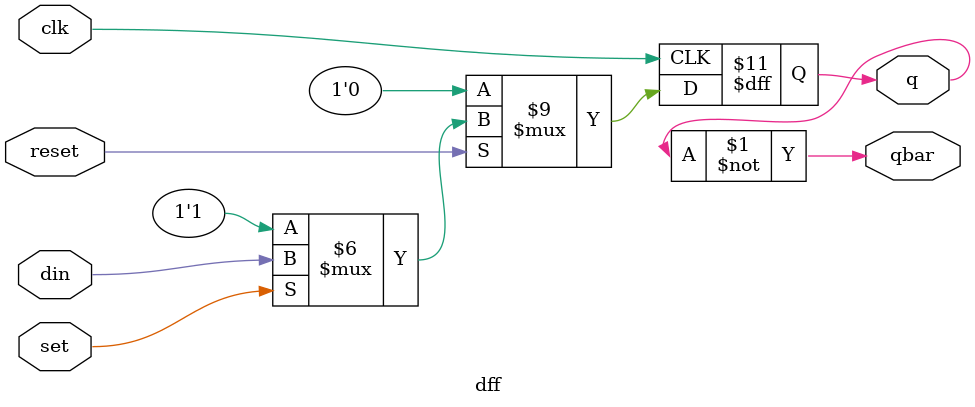
<source format=v>
module dff (q, qbar, din, set, reset, clk);
    input din, set, reset, clk;
    output q, qbar;
    reg q;

    assign qbar = ~q;

    always @(posedge clk)
    begin
        if (reset == 0)
            q <= 0;
        else if (set == 0)
            q <= 1;
        else 
            q <= din;
    end
endmodule

</source>
